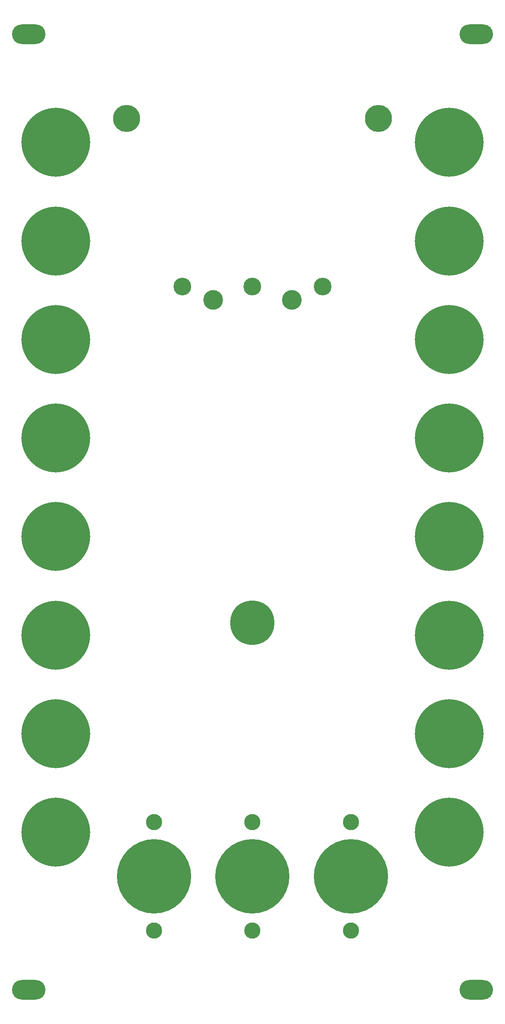
<source format=gbr>
%TF.GenerationSoftware,KiCad,Pcbnew,5.1.10-88a1d61d58~88~ubuntu20.10.1*%
%TF.CreationDate,2021-05-15T16:12:09+02:00*%
%TF.ProjectId,kosmo-multitool-panel,6b6f736d-6f2d-46d7-956c-7469746f6f6c,v1.0.0*%
%TF.SameCoordinates,Original*%
%TF.FileFunction,Soldermask,Bot*%
%TF.FilePolarity,Negative*%
%FSLAX46Y46*%
G04 Gerber Fmt 4.6, Leading zero omitted, Abs format (unit mm)*
G04 Created by KiCad (PCBNEW 5.1.10-88a1d61d58~88~ubuntu20.10.1) date 2021-05-15 16:12:09*
%MOMM*%
%LPD*%
G01*
G04 APERTURE LIST*
%ADD10C,4.000000*%
%ADD11C,3.600000*%
%ADD12C,5.500000*%
%ADD13C,9.000000*%
%ADD14C,3.300000*%
%ADD15C,15.100000*%
%ADD16C,14.000000*%
%ADD17O,6.800000X4.000000*%
G04 APERTURE END LIST*
D10*
%TO.C,REF\u002A\u002A*%
X92000000Y-87000000D03*
%TD*%
%TO.C,REF\u002A\u002A*%
X108000000Y-87000000D03*
%TD*%
D11*
%TO.C,REF\u002A\u002A*%
X114250000Y-84250000D03*
%TD*%
%TO.C,REF\u002A\u002A*%
X85750000Y-84250000D03*
%TD*%
%TO.C,REF\u002A\u002A*%
X100000000Y-84250000D03*
%TD*%
D12*
%TO.C,REF\u002A\u002A*%
X125600000Y-50100000D03*
%TD*%
%TO.C,REF\u002A\u002A*%
X74400000Y-50100000D03*
%TD*%
D13*
%TO.C,REF\u002A\u002A*%
X100000000Y-152500000D03*
%TD*%
D14*
%TO.C,REF\u002A\u002A*%
X80000000Y-215000000D03*
X80000000Y-193000000D03*
D15*
X80000000Y-204000000D03*
%TD*%
D14*
%TO.C,REF\u002A\u002A*%
X120000000Y-215000000D03*
X120000000Y-193000000D03*
D15*
X120000000Y-204000000D03*
%TD*%
D14*
%TO.C,REF\u002A\u002A*%
X100000000Y-215000000D03*
X100000000Y-193000000D03*
D15*
X100000000Y-204000000D03*
%TD*%
D16*
%TO.C,REF\u002A\u002A*%
X140000000Y-195000000D03*
%TD*%
%TO.C,REF\u002A\u002A*%
X140000000Y-175000000D03*
%TD*%
%TO.C,REF\u002A\u002A*%
X140000000Y-155000000D03*
%TD*%
%TO.C,REF\u002A\u002A*%
X140000000Y-135000000D03*
%TD*%
%TO.C,REF\u002A\u002A*%
X140000000Y-115000000D03*
%TD*%
%TO.C,REF\u002A\u002A*%
X140000000Y-95000000D03*
%TD*%
%TO.C,REF\u002A\u002A*%
X140000000Y-75000000D03*
%TD*%
%TO.C,REF\u002A\u002A*%
X140000000Y-55000000D03*
%TD*%
%TO.C,REF\u002A\u002A*%
X60000000Y-195000000D03*
%TD*%
%TO.C,REF\u002A\u002A*%
X60000000Y-175000000D03*
%TD*%
%TO.C,REF\u002A\u002A*%
X60000000Y-155000000D03*
%TD*%
%TO.C,REF\u002A\u002A*%
X60000000Y-135000000D03*
%TD*%
%TO.C,REF\u002A\u002A*%
X60000000Y-115000000D03*
%TD*%
%TO.C,REF\u002A\u002A*%
X60000000Y-95000000D03*
%TD*%
%TO.C,REF\u002A\u002A*%
X60000000Y-75000000D03*
%TD*%
%TO.C,REF\u002A\u002A*%
X60000000Y-55000000D03*
%TD*%
D17*
%TO.C,REF\u002A\u002A*%
X145500000Y-33000000D03*
X145500000Y-227000000D03*
%TD*%
%TO.C,REF\u002A\u002A*%
X54500000Y-33000000D03*
X54500000Y-227000000D03*
%TD*%
M02*

</source>
